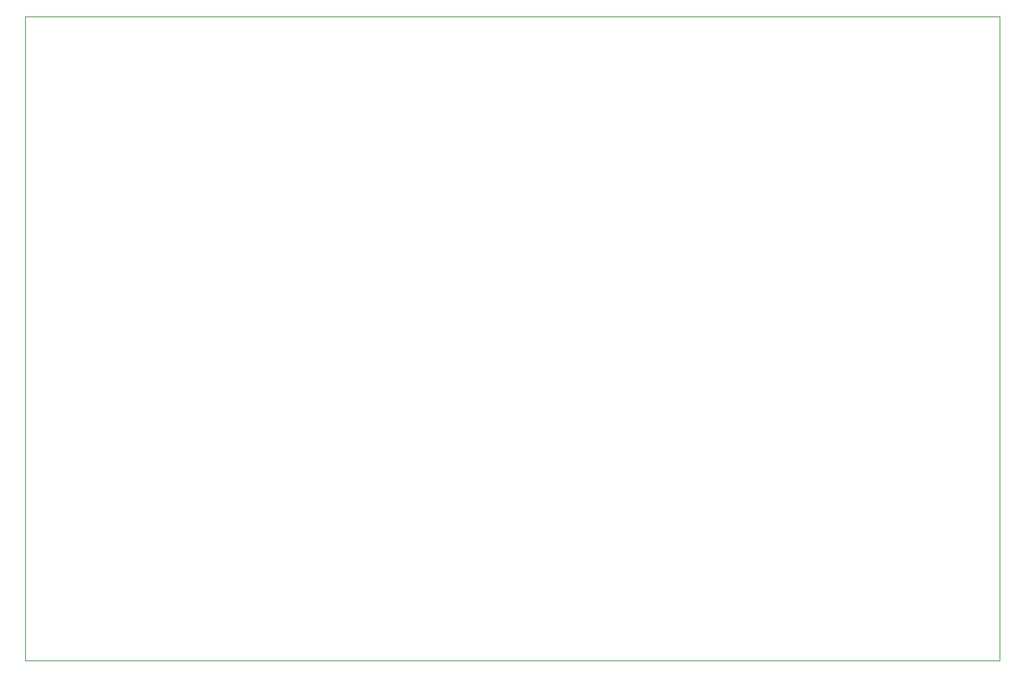
<source format=gbr>
G04 #@! TF.FileFunction,Profile,NP*
%FSLAX46Y46*%
G04 Gerber Fmt 4.6, Leading zero omitted, Abs format (unit mm)*
G04 Created by KiCad (PCBNEW 4.0.1-3.201512221402+6198~38~ubuntu15.04.1-stable) date Mon 11 Jan 2016 13:06:15 CET*
%MOMM*%
G01*
G04 APERTURE LIST*
%ADD10C,0.100000*%
G04 APERTURE END LIST*
D10*
X33000000Y-60000000D02*
X33000000Y-63000000D01*
X148000000Y-60000000D02*
X33000000Y-60000000D01*
X148000000Y-136000000D02*
X148000000Y-60000000D01*
X33000000Y-136000000D02*
X148000000Y-136000000D01*
X33000000Y-62000000D02*
X33000000Y-136000000D01*
M02*

</source>
